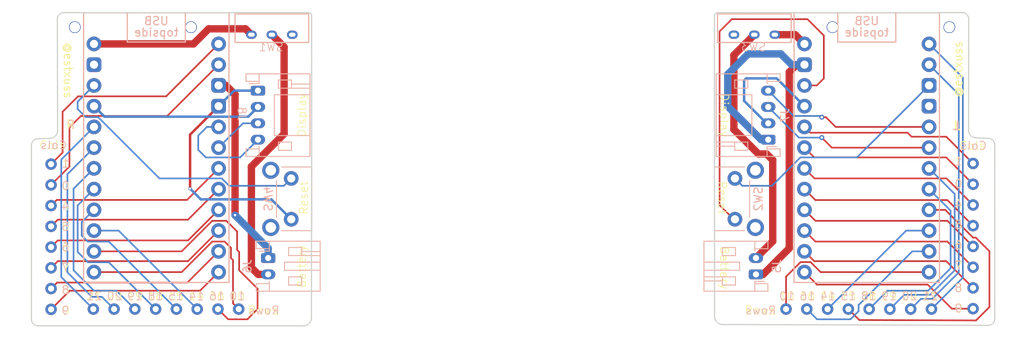
<source format=kicad_pcb>
(kicad_pcb (version 20240108) (generator "pcbnew") (generator_version "8.0")
  (layers (0 "F.Cu" signal) (31 "B.Cu" signal) (34 "B.Paste" user) (35 "F.Paste" user) (36 "B.SilkS" user "B.Silkscreen") (37 "F.SilkS" user "F.Silkscreen") (38 "B.Mask" user) (39 "F.Mask" user) (44 "Edge.Cuts" user))
  (net 0 "")
  (net 2 "L_SW_POS")
  (net 4 "L_BAT_NEG")
  (net 5 "R_SW_POS")
  (net 6 "R_BAT_NEG")
  (net 8 "R_BAT_POS")
  (net 9 "L_BAT_POS")
  (net 10 "L_RST")
  (net 11 "L_RST_GND")
  (net 12 "R_RST")
  (net 13 "L_OLED_VCC")
  (net 14 "L_OLED_SDA")
  (net 15 "L_OLED_SCL")
  (net 16 "R_OLED_SCL")
  (net 17 "R_OLED_VCC")
  (net 18 "R_OLED_SDA")
  (net 20 "L_COL3")
  (net 21 "L_COL1")
  (net 22 "L_COL4")
  (net 23 "L_COL5")
  (net 24 "L_COL8")
  (net 25 "L_COL6")
  (net 26 "L_COL7")
  (net 27 "L_COL2")
  (net 28 "L_ROW6")
  (net 29 "L_ROW8")
  (net 30 "L_ROW3")
  (net 31 "L_ROW2")
  (net 32 "L_ROW7")
  (net 33 "L_ROW4")
  (net 34 "L_ROW5")
  (net 35 "L_ROW1")
  (net 36 "R_COL2")
  (net 37 "R_COL5")
  (net 38 "R_COL6")
  (net 39 "R_COL3")
  (net 40 "R_COL8")
  (net 41 "R_COL1")
  (net 42 "R_COL7")
  (net 43 "R_COL4")
  (net 44 "R_ROW6")
  (net 45 "R_ROW3")
  (net 46 "R_ROW4")
  (net 47 "R_ROW1")
  (net 48 "R_ROW7")
  (net 49 "R_ROW5")
  (net 50 "R_ROW8")
  (net 51 "R_ROW2")
  (net 52 "R_GND_SHARED")
  (footprint "#footprint:M1.4_tapping_Hole_rev2" (layer "F.Cu") (at 104.216326 74.78583 -90)
    (property "Reference" "" (hide yes))
    (property "Value" "" (hide yes))
  )
  (footprint "#footprint:M1.4_tapping_Hole_rev2" (layer "F.Cu") (at 182.665001 74.78608 -90)
    (property "Reference" "" (hide yes))
    (property "Value" "" (hide yes))
  )
  (footprint "#footprint:M1.4_tapping_Hole_rev2" (layer "F.Cu") (at 196.952501 74.78608 -90)
    (property "Reference" "" (hide yes))
    (property "Value" "" (hide yes))
  )
  (footprint "#footprint:M1.4_tapping_Hole_rev2" (layer "F.Cu") (at 100.252501 74.90625 -90)
    (property "Reference" "" (hide yes))
    (property "Value" "" (hide yes))
  )
  (footprint "#footprint:PinHeader_1x08_P2.54mm_Vertical_rev2" (layer "B.Cu") (at 92.272501 109.30625 -90)
    (property "Reference" "J12")
    (property "Value" "Conn_01x08_Pin")
  )
  (footprint "#footprint:TGSW_MSK-12D19" (layer "B.Cu") (at 173.102501 74.65625 180)
    (property "Reference" "SW3")
    (property "Value" "SW_SPDT" (hide yes))
  )
  (footprint "#footprint:PinHeader_1x08_P2.54mm_Vertical_rev2" (layer "B.Cu") (at 199.852501 91.47625 180)
    (property "Reference" "J10")
    (property "Value" "Conn_01x08_Pin")
  )
  (footprint "PCM_marbastlib-xp-promicroish:SuperMini_nRF52840_H_USBup" (layer "B.Cu") (at 99.972501 90.80625 180)
    (property "Reference" "U6" (hide yes))
    (property "Value" "nice_nano")
  )
  (footprint "#footprint:TGSW_MSK-12D19" (layer "B.Cu") (at 114.102501 74.65625 180)
    (property "Reference" "SW1")
    (property "Value" "SW_SPDT" (hide yes))
  )
  (footprint "PCM_marbastlib-various:SW_SKHLLCA010" (layer "B.Cu") (at 171.982501 95.80625 -90)
    (property "Reference" "SW2")
    (property "Value" "SW_SPST")
  )
  (footprint "Connector_JST:JST_PH_S2B-PH-K_1x02_P2.00mm_Horizontal" (layer "B.Cu") (at 113.652501 103.05625 -90)
    (property "Reference" "J6")
    (property "Value" "Conn_01x02_Pin")
  )
  (footprint "Connector_JST:JST_PH_S4B-PH-K_1x04_P2.00mm_Horizontal" (layer "B.Cu") (at 112.402501 82.55625 -90)
    (property "Reference" "J8" (hide yes))
    (property "Value" "Conn_01x04_Pin")
  )
  (footprint "Connector_JST:JST_PH_S4B-PH-K_1x04_P2.00mm_Horizontal" (layer "B.Cu") (at 174.802501 88.55625 90)
    (property "Reference" "J7")
    (property "Value" "Conn_01x04_Pin")
  )
  (footprint "#footprint:PinHeader_1x08_P2.54mm_Vertical_rev2" (layer "B.Cu") (at 194.762501 109.30625 90)
    (property "Reference" "J9")
    (property "Value" "Conn_01x08_Pin")
  )
  (footprint "Connector_JST:JST_PH_S2B-PH-K_1x02_P2.00mm_Horizontal" (layer "B.Cu") (at 173.302501 105.05625 90)
    (property "Reference" "J5")
    (property "Value" "Conn_01x02_Pin")
  )
  (footprint "#footprint:PinHeader_1x08_P2.54mm_Vertical_rev2" (layer "B.Cu") (at 87.102501 91.55625 180)
    (property "Reference" "J11")
    (property "Value" "Conn_01x08_Pin")
  )
  (footprint "PCM_marbastlib-xp-promicroish:SuperMini_nRF52840_H_USBup" (layer "B.Cu") (at 186.852501 90.80625 180)
    (property "Reference" "U5" (hide yes))
    (property "Value" "nice_nano")
  )
  (footprint "PCM_marbastlib-various:SW_SKHLLCA010" (layer "B.Cu") (at 115.222501 95.80625 90)
    (property "Reference" "SW4")
    (property "Value" "SW_SPST")
  )
  (gr_line (start 202.502501 110.50025) (end 202.504317 89.20025) (stroke (width 0.15)) (layer "Edge.Cuts"))
  (gr_arc (start 202.502501 110.50025) (mid 202.268169 111.065903) (end 201.702501 111.30025) (stroke (width 0.15)) (layer "Edge.Cuts"))
  (gr_arc (start 118.943584 110.357334) (mid 118.650325 111.063767) (end 117.943585 111.35625) (stroke (width 0.15)) (layer "Edge.Cuts"))
  (gr_arc (start 84.700685 89.25625) (mid 84.902501 88.722691) (end 85.40691 88.456251) (stroke (width 0.15)) (layer "Edge.Cuts"))
  (gr_line (start 201.798092 88.400251) (end 200.20106 88.335881) (stroke (width 0.15)) (layer "Edge.Cuts"))
  (gr_line (start 171.702501 111.20025) (end 201.702501 111.30025) (stroke (width 0.15)) (layer "Edge.Cuts"))
  (gr_arc (start 118.566326 73) (mid 118.846973 73.116229) (end 118.963202 73.396876) (stroke (width 0.15)) (layer "Edge.Cuts"))
  (gr_line (start 107.591326 73) (end 115.203806 73) (stroke (width 0.15)) (layer "Edge.Cuts"))
  (gr_arc (start 198.502513 73.000643) (mid 199.079896 73.223962) (end 199.321251 73.794) (stroke (width 0.15)) (layer "Edge.Cuts"))
  (gr_line (start 117.943585 111.35625) (end 85.502501 111.35625) (stroke (width 0.15)) (layer "Edge.Cuts"))
  (gr_arc (start 168.230625 73.397126) (mid 168.346829 73.116447) (end 168.627501 73.00025) (stroke (width 0.15)) (layer "Edge.Cuts"))
  (gr_line (start 84.702501 110.55625) (end 84.700685 89.25625) (stroke (width 0.15)) (layer "Edge.Cuts"))
  (gr_line (start 168.627501 73.00025) (end 171.990021 73.00025) (stroke (width 0.15)) (layer "Edge.Cuts"))
  (gr_line (start 179.602501 73.00025) (end 171.990021 73.00025) (stroke (width 0.15)) (layer "Edge.Cuts"))
  (gr_arc (start 200.20106 88.335881) (mid 199.56354 88.048862) (end 199.302501 87.40025) (stroke (width 0.15)) (layer "Edge.Cuts"))
  (gr_arc (start 169.241796 111.20025) (mid 168.534946 110.907598) (end 168.241797 110.200955) (stroke (width 0.15)) (layer "Edge.Cuts"))
  (gr_line (start 199.321251 73.794) (end 199.302501 87.40025) (stroke (width 0.15)) (layer "Edge.Cuts"))
  (gr_line (start 87.872576 73.79375) (end 87.902501 87.45625) (stroke (width 0.15)) (layer "Edge.Cuts"))
  (gr_arc (start 87.902501 87.45625) (mid 87.641481 88.104865) (end 87.003942 88.391881) (stroke (width 0.15)) (layer "Edge.Cuts"))
  (gr_line (start 192.785153 73.00025) (end 193.975781 73.00025) (stroke (width 0.15)) (layer "Edge.Cuts"))
  (gr_line (start 107.591326 73) (end 94.408674 73) (stroke (width 0.15)) (layer "Edge.Cuts"))
  (gr_arc (start 201.798092 88.400251) (mid 202.302524 88.666682) (end 202.504317 89.20025) (stroke (width 0.15)) (layer "Edge.Cuts"))
  (gr_line (start 118.566326 73) (end 115.203806 73) (stroke (width 0.15)) (layer "Edge.Cuts"))
  (gr_line (start 85.40691 88.456251) (end 87.003942 88.391881) (stroke (width 0.15)) (layer "Edge.Cuts"))
  (gr_line (start 118.967411 88.381106) (end 118.943584 110.357334) (stroke (width 0.15)) (layer "Edge.Cuts"))
  (gr_line (start 88.691314 73.000393) (end 93.218046 73) (stroke (width 0.15)) (layer "Edge.Cuts"))
  (gr_arc (start 87.872576 73.79375) (mid 88.113994 73.223747) (end 88.691314 73.000393) (stroke (width 0.15)) (layer "Edge.Cuts"))
  (gr_line (start 171.702501 111.20025) (end 169.241796 111.20025) (stroke (width 0.15)) (layer "Edge.Cuts"))
  (gr_line (start 168.230625 73.397126) (end 168.226416 88.381356) (stroke (width 0.15)) (layer "Edge.Cuts"))
  (gr_line (start 94.408674 73) (end 93.218046 73) (stroke (width 0.15)) (layer "Edge.Cuts"))
  (gr_line (start 179.602501 73.00025) (end 192.785153 73.00025) (stroke (width 0.15)) (layer "Edge.Cuts"))
  (gr_line (start 198.502513 73.000643) (end 193.975781 73.00025) (stroke (width 0.15)) (layer "Edge.Cuts"))
  (gr_arc (start 85.502501 111.35625) (mid 84.936816 111.121935) (end 84.702501 110.55625) (stroke (width 0.15)) (layer "Edge.Cuts"))
  (gr_line (start 168.226416 88.381356) (end 168.241797 110.200955) (stroke (width 0.15)) (layer "Edge.Cuts"))
  (gr_line (start 118.963202 73.396876) (end 118.967411 88.381106) (stroke (width 0.15)) (layer "Edge.Cuts"))
  (gr_text "4" (at 89.404881 97.30625 -0) (layer "B.SilkS") (effects (font (size 1 1) (thickness 0.1)) (justify left bottom mirror)))
  (gr_text "7" (at 198.602501 104.55625 -0) (layer "B.SilkS") (effects (font (size 1 1) (thickness 0.1)) (justify left bottom mirror)))
  (gr_text "5" (at 89.404881 99.80625 -0) (layer "B.SilkS") (effects (font (size 1 1) (thickness 0.1)) (justify left bottom mirror)))
  (gr_text "21" (at 91.347739 108.30625 -0) (layer "B.SilkS") (effects (font (size 1 1) (thickness 0.1)) (justify right bottom mirror)))
  (gr_text "R" (at 90.102501 87.30625 0) (layer "B.SilkS") (effects (font (size 1 1) (thickness 0.1)) (justify left bottom mirror)))
  (gr_text "16" (at 106.347739 108.30625 -0) (layer "B.SilkS") (effects (font (size 1 1) (thickness 0.1)) (justify right bottom mirror)))
  (gr_text "10" (at 108.847739 108.30625 -0) (layer "B.SilkS") (effects (font (size 1 1) (thickness 0.1)) (justify right bottom mirror)))
  (gr_text "10" (at 178.107263 108.30625 -0) (layer "B.SilkS") (effects (font (size 1 1) (thickness 0.1)) (justify left bottom mirror)))
  (gr_text "15" (at 185.607263 108.30625 -0) (layer "B.SilkS") (effects (font (size 1 1) (thickness 0.1)) (justify left bottom mirror)))
  (gr_text "0" (at 89.404881 94.80625 -0) (layer "B.SilkS") (effects (font (size 1 1) (thickness 0.1)) (justify left bottom mirror)))
  (gr_text "20" (at 193.107263 108.30625 -0) (layer "B.SilkS") (effects (font (size 1 1) (thickness 0.1)) (justify left bottom mirror)))
  (gr_text "4" (at 198.602501 97.05625 -0) (layer "B.SilkS") (effects (font (size 1 1) (thickness 0.1)) (justify left bottom mirror)))
  (gr_text "Cols" (at 89.102501 89.80625 0) (layer "B.SilkS") (effects (font (size 1 1) (thickness 0.1)) (justify left bottom mirror)))
  (gr_text "SW1" (at 115.602501 77.80625 0) (layer "B.SilkS") (effects (font (size 1 1) (thickness 0.1)) (justify left bottom mirror)))
  (gr_text "7" (at 89.404881 104.80625 -0) (layer "B.SilkS") (effects (font (size 1 1) (thickness 0.1)) (justify left bottom mirror)))
  (gr_text "14" (at 103.847739 108.30625 -0) (layer "B.SilkS") (effects (font (size 1 1) (thickness 0.1)) (justify right bottom mirror)))
  (gr_text "8" (at 198.602501 107.30625 -0) (layer "B.SilkS") (effects (font (size 1 1) (thickness 0.1)) (justify left bottom mirror)))
  (gr_text "14" (at 183.107263 108.30625 -0) (layer "B.SilkS") (effects (font (size 1 1) (thickness 0.1)) (justify left bottom mirror)))
  (gr_text "Rows" (at 175.852501 110.05625 0) (layer "B.SilkS") (effects (font (size 1 1) (thickness 0.1)) (justify left bottom mirror)))
  (gr_text "8" (at 89.404881 107.55625 -0) (layer "B.SilkS") (effects (font (size 1 1) (thickness 0.1)) (justify left bottom mirror)))
  (gr_text "6" (at 198.602501 102.05625 -0) (layer "B.SilkS") (effects (font (size 1 1) (thickness 0.1)) (justify left bottom mirror)))
  (gr_text "Rows" (at 115.102501 110.05625 0) (layer "B.SilkS") (effects (font (size 1 1) (thickness 0.1)) (justify left bottom mirror)))
  (gr_text "19" (at 96.347739 108.30625 -0) (layer "B.SilkS") (effects (font (size 1 1) (thickness 0.1)) (justify right bottom mirror)))
  (gr_text "J8" (at 109.852501 86.30625 270) (layer "B.SilkS") (effects (font (size 1 1) (thickness 0.1)) (justify left bottom mirror)))
  (gr_text "L" (at 198.352501 87.45025 0) (layer "B.SilkS") (effects (font (size 1 1) (thickness 0.2) (bold yes)) (justify left bottom mirror)))
  (gr_text "9" (at 198.602501 109.80625 -0) (layer "B.SilkS") (effects (font (size 1 1) (thickness 0.1)) (justify left bottom mirror)))
  (gr_text "19" (at 190.607263 108.30625 -0) (layer "B.SilkS") (effects (font (size 1 1) (thickness 0.1)) (justify left bottom mirror)))
  (gr_text "Cols" (at 201.592501 89.88025 0) (layer "B.SilkS") (effects (font (size 1 1) (thickness 0.1)) (justify left bottom mirror)))
  (gr_text "0" (at 198.602501 94.55625 -0) (layer "B.SilkS") (effects (font (size 1 1) (thickness 0.1)) (justify left bottom mirror)))
  (gr_text "21" (at 195.607263 108.30625 -0) (layer "B.SilkS") (effects (font (size 1 1) (thickness 0.1)) (justify left bottom mirror)))
  (gr_text "20" (at 93.847739 108.30625 -0) (layer "B.SilkS") (effects (font (size 1 1) (thickness 0.1)) (justify right bottom mirror)))
  (gr_text "1" (at 198.602501 91.80625 -0) (layer "B.SilkS") (effects (font (size 1 1) (thickness 0.1)) (justify left bottom mirror)))
  (gr_text "18" (at 98.847739 108.30625 -0) (layer "B.SilkS") (effects (font (size 1 1) (thickness 0.1)) (justify right bottom mirror)))
  (gr_text "9" (at 89.404881 110.05625 -0) (layer "B.SilkS") (effects (font (size 1 1) (thickness 0.1)) (justify left bottom mirror)))
  (gr_text "5" (at 198.602501 99.55625 -0) (layer "B.SilkS") (effects (font (size 1 1) (thickness 0.1)) (justify left bottom mirror)))
  (gr_text "18" (at 188.107263 108.30625 -0) (layer "B.SilkS") (effects (font (size 1 1) (thickness 0.1)) (justify left bottom mirror)))
  (gr_text "1" (at 89.404881 92.05625 -0) (layer "B.SilkS") (effects (font (size 1 1) (thickness 0.1)) (justify left bottom mirror)))
  (gr_text "15" (at 101.347739 108.30625 -0) (layer "B.SilkS") (effects (font (size 1 1) (thickness 0.1)) (justify right bottom mirror)))
  (gr_text "SW3" (at 174.602501 77.80625 0) (layer "B.SilkS") (effects (font (size 1 1) (thickness 0.1)) (justify left bottom mirror)))
  (gr_text "6" (at 89.404881 102.30625 -0) (layer "B.SilkS") (effects (font (size 1 1) (thickness 0.1)) (justify left bottom mirror)))
  (gr_text "16" (at 180.607263 108.30625 -0) (layer "B.SilkS") (effects (font (size 1 1) (thickness 0.1)) (justify left bottom mirror)))
  (gr_text "0" (at 197.550121 94.55625 0) (layer "F.SilkS") (effects (font (size 1 1) (thickness 0.1)) (justify left bottom)))
  (gr_text "Battery" (at 168.852501 101.55625 -90) (layer "F.SilkS") (effects (font (size 1 1) (thickness 0.1)) (justify left bottom)))
  (gr_text "Cols" (at 85.602501 89.80625 0) (layer "F.SilkS") (effects (font (size 1 1) (thickness 0.1)) (justify left bottom)))
  (gr_text "4" (at 197.550121 97.05625 0) (layer "F.SilkS") (effects (font (size 1 1) (thickness 0.1)) (justify left bottom)))
  (gr_text "6" (at 197.550121 102.05625 0) (layer "F.SilkS") (effects (font (size 1 1) (thickness 0.1)) (justify left bottom)))
  (gr_text "10" (at 178.102501 108.30625 0) (layer "F.SilkS") (effects (font (size 1 1) (thickness 0.1)) (justify right bottom)))
  (gr_text "18" (at 98.852501 108.30625 0) (layer "F.SilkS") (effects (font (size 1 1) (thickness 0.1)) (justify left bottom)))
  (gr_text "6" (at 88.352501 102.30625 0) (layer "F.SilkS") (effects (font (size 1 1) (thickness 0.1)) (justify left bottom)))
  (gr_text "7" (at 88.352501 104.80625 0) (layer "F.SilkS") (effects (font (size 1 1) (thickness 0.1)) (justify left bottom)))
  (gr_text "Battery" (at 118.352501 106.80625 90) (layer "F.SilkS") (effects (font (size 1 1) (thickness 0.1)) (justify left bottom)))
  (gr_text "Reset" (at 168.602501 93.55625 -90) (layer "F.SilkS") (effects (font (size 1 1) (thickness 0.1)) (justify left bottom)))
  (gr_text "R" (at 88.852501 87.30625 0) (layer "F.SilkS") (effects (font (size 1 1) (thickness 0.2) (bold yes)) (justify left bottom)))
  (gr_text "7" (at 197.550121 104.55625 0) (layer "F.SilkS") (effects (font (size 1 1) (thickness 0.1)) (justify left bottom)))
  (gr_text "@estxuss" (at 198.602501 83.45025 90) (layer "F.SilkS") (effects (font (size 1 1)) (justify left bottom)))
  (gr_text "1" (at 88.352501 92.05625 0) (layer "F.SilkS") (effects (font (size 1 1) (thickness 0.1)) (justify left bottom)))
  (gr_text "9" (at 197.550121 109.80625 0) (layer "F.SilkS") (effects (font (size 1 1) (thickness 0.1)) (justify left bottom)))
  (gr_text "18" (at 188.102501 108.30625 0) (layer "F.SilkS") (effects (font (size 1 1) (thickness 0.1)) (justify right bottom)))
  (gr_text "19" (at 190.602501 108.30625 0) (layer "F.SilkS") (effects (font (size 1 1) (thickness 0.1)) (justify right bottom)))
  (gr_text "5" (at 88.352501 99.80625 0) (layer "F.SilkS") (effects (font (size 1 1) (thickness 0.1)) (justify left bottom)))
  (gr_text "16" (at 180.602501 108.30625 0) (layer "F.SilkS") (effects (font (size 1 1) (thickness 0.1)) (justify right bottom)))
  (gr_text "5" (at 197.550121 99.55625 0) (layer "F.SilkS") (effects (font (size 1 1) (thickness 0.1)) (justify left bottom)))
  (gr_text "8" (at 197.550121 107.30625 0) (layer "F.SilkS") (effects (font (size 1 1) (thickness 0.1)) (justify left bottom)))
  (gr_text "8" (at 88.352501 107.55625 0) (layer "F.SilkS") (effects (font (size 1 1) (thickness 0.1)) (justify left bottom)))
  (gr_text "Display" (at 118.352501 88.30625 90) (layer "F.SilkS") (effects (font (size 1 1) (thickness 0.1)) (justify left bottom)))
  (gr_text "10" (at 108.852501 108.30625 0) (layer "F.SilkS") (effects (font (size 1 1) (thickness 0.1)) (justify left bottom)))
  (gr_text "9" (at 88.352501 110.05625 0) (layer "F.SilkS") (effects (font (size 1 1) (thickness 0.1)) (justify left bottom)))
  (gr_text "Rows" (at 171.852501 110.05625 0) (layer "F.SilkS") (effects (font (size 1 1) (thickness 0.1)) (justify left bottom)))
  (gr_text "14" (at 103.852501 108.30625 0) (layer "F.SilkS") (effects (font (size 1 1) (thickness 0.1)) (justify left bottom)))
  (gr_text "20" (at 193.102501 108.30625 0) (layer "F.SilkS") (effects (font (size 1 1) (thickness 0.1)) (justify right bottom)))
  (gr_text "21" (at 91.352501 108.30625 0) (layer "F.SilkS") (effects (font (size 1 1) (thickness 0.1)) (justify left bottom)))
  (gr_text "14" (at 183.102501 108.30625 0) (layer "F.SilkS") (effects (font (size 1 1) (thickness 0.1)) (justify right bottom)))
  (gr_text "0" (at 88.352501 94.80625 0) (layer "F.SilkS") (effects (font (size 1 1) (thickness 0.1)) (justify left bottom)))
  (gr_text "15" (at 101.352501 108.30625 0) (layer "F.SilkS") (effects (font (size 1 1) (thickness 0.1)) (justify left bottom)))
  (gr_text "4" (at 88.352501 97.30625 0) (layer "F.SilkS") (effects (font (size 1 1) (thickness 0.1)) (justify left bottom)))
  (gr_text "Display" (at 168.852501 82.80625 -90) (layer "F.SilkS") (effects (font (size 1 1) (thickness 0.1)) (justify left bottom)))
  (gr_text "20" (at 93.852501 108.30625 0) (layer "F.SilkS") (effects (font (size 1 1) (thickness 0.1)) (justify left bottom)))
  (gr_text "@estxuss" (at 88.602501 76.55625 -90) (layer "F.SilkS") (effects (font (size 1 1)) (justify left bottom)))
  (gr_text "21" (at 195.602501 108.30625 0) (layer "F.SilkS") (effects (font (size 1 1) (thickness 0.1)) (justify right bottom)))
  (gr_text "Reset" (at 118.602501 97.80625 90) (layer "F.SilkS") (effects (font (size 1 1) (thickness 0.1)) (justify left bottom)))
  (gr_text "Cols" (at 198.092501 89.88025 0) (layer "F.SilkS") (effects (font (size 1 1) (thickness 0.1)) (justify left bottom)))
  (gr_text "16" (at 106.352501 108.30625 0) (layer "F.SilkS") (effects (font (size 1 1) (thickness 0.1)) (justify left bottom)))
  (gr_text "19" (at 96.352501 108.30625 0) (layer "F.SilkS") (effects (font (size 1 1) (thickness 0.1)) (justify left bottom)))
  (gr_text "Rows" (at 111.102501 110.05625 0) (layer "F.SilkS") (effects (font (size 1 1) (thickness 0.1)) (justify left bottom)))
  (gr_text "L" (at 197.352501 87.45025 0) (layer "F.SilkS") (effects (font (size 1 1) (thickness 0.2) (bold yes)) (justify left bottom)))
  (gr_text "1" (at 197.550121 91.80625 0) (layer "F.SilkS") (effects (font (size 1 1) (thickness 0.1)) (justify left bottom)))
  (gr_text "15" (at 185.602501 108.30625 0) (layer "F.SilkS") (effects (font (size 1 1) (thickness 0.1)) (justify right bottom)))
  (segment (start 175.352501 91.05625) (end 174.602501 90.30625) (width 0.9) (layer "F.Cu") (net 2))
  (segment (start 173.602501 90.30625) (end 170.602501 87.30625) (width 0.9) (layer "F.Cu") (net 2))
  (segment (start 173.302501 103.05625) (end 175.352501 101.00625) (width 0.9) (layer "F.Cu") (net 2))
  (segment (start 174.602501 90.30625) (end 173.602501 90.30625) (width 0.9) (layer "F.Cu") (net 2))
  (segment (start 170.602501 78.20625) (end 173.102501 75.70625) (width 0.9) (layer "F.Cu") (net 2))
  (segment (start 175.352501 101.00625) (end 175.352501 91.05625) (width 0.9) (layer "F.Cu") (net 2))
  (segment (start 170.602501 87.30625) (end 170.602501 78.20625) (width 0.9) (layer "F.Cu") (net 2))
  (segment (start 178.282501 79.37625) (end 179.232501 79.37625) (width 0.9) (layer "F.Cu") (net 4))
  (segment (start 177.375153 80.283598) (end 178.282501 79.37625) (width 0.9) (layer "F.Cu") (net 4))
  (segment (start 174.177501 105.05625) (end 177.375153 101.858598) (width 0.9) (layer "F.Cu") (net 4))
  (segment (start 177.375153 101.858598) (end 177.375153 80.283598) (width 0.9) (layer "F.Cu") (net 4))
  (segment (start 173.302501 105.05625) (end 174.177501 105.05625) (width 0.9) (layer "F.Cu") (net 4))
  (segment (start 172.352501 78.05625) (end 176.352501 78.05625) (width 0.9) (layer "B.Cu") (net 4))
  (segment (start 169.852501 84.48125) (end 169.852501 80.55625) (width 0.9) (layer "B.Cu") (net 4))
  (segment (start 174.802501 88.55625) (end 173.927501 88.55625) (width 0.9) (layer "B.Cu") (net 4))
  (segment (start 176.352501 78.05625) (end 177.672501 79.37625) (width 0.9) (layer "B.Cu") (net 4))
  (segment (start 177.672501 79.37625) (end 179.232501 79.37625) (width 0.9) (layer "B.Cu") (net 4))
  (segment (start 169.852501 80.55625) (end 172.352501 78.05625) (width 0.9) (layer "B.Cu") (net 4))
  (segment (start 173.927501 88.55625) (end 169.852501 84.48125) (width 0.9) (layer "B.Cu") (net 4))
  (segment (start 111.602501 104.23125) (end 111.602501 91.847822) (width 0.9) (layer "F.Cu") (net 5))
  (segment (start 115.602501 87.847822) (end 115.602501 77.20625) (width 0.9) (layer "F.Cu") (net 5))
  (segment (start 115.602501 77.20625) (end 114.102501 75.70625) (width 0.9) (layer "F.Cu") (net 5))
  (segment (start 113.652501 105.05625) (end 112.427501 105.05625) (width 0.9) (layer "F.Cu") (net 5))
  (segment (start 112.427501 105.05625) (end 111.602501 104.23125) (width 0.9) (layer "F.Cu") (net 5))
  (segment (start 111.602501 91.847822) (end 115.602501 87.847822) (width 0.9) (layer "F.Cu") (net 5))
  (segment (start 109.602501 97.80625) (end 109.602501 83.026251) (width 0.9) (layer "F.Cu") (net 6))
  (segment (start 108.4925 81.91625) (end 107.592501 81.91625) (width 0.9) (layer "F.Cu") (net 6))
  (segment (start 109.602501 83.026251) (end 108.4925 81.91625) (width 0.9) (layer "F.Cu") (net 6))
  (via (at 109.602501 97.80625) (size 0.5) (drill 0.3) (layers "F.Cu" "B.Cu") (net 6))
  (segment (start 113.652501 103.05625) (end 113.652501 101.85625) (width 0.9) (layer "B.Cu") (net 6))
  (segment (start 113.652501 101.85625) (end 109.602501 97.80625) (width 0.9) (layer "B.Cu") (net 6))
  (segment (start 110.882501 74.98625) (end 106.370572 74.98625) (width 0.9) (layer "F.Cu") (net 8))
  (segment (start 104.520572 76.83625) (end 92.352501 76.83625) (width 0.9) (layer "F.Cu") (net 8))
  (segment (start 106.370572 74.98625) (end 104.520572 76.83625) (width 0.9) (layer "F.Cu") (net 8))
  (segment (start 111.602501 75.70625) (end 110.882501 74.98625) (width 0.9) (layer "F.Cu") (net 8))
  (segment (start 178.102501 75.70625) (end 179.232501 76.83625) (width 0.9) (layer "F.Cu") (net 9))
  (segment (start 175.602501 75.70625) (end 178.102501 75.70625) (width 0.9) (layer "F.Cu") (net 9))
  (segment (start 180.742501 81.91625) (end 179.232501 81.91625) (width 0.2) (layer "F.Cu") (net 10))
  (segment (start 181.602501 75.80625) (end 181.602501 81.05625) (width 0.2) (layer "F.Cu") (net 10))
  (segment (start 170.352501 73.80625) (end 179.602501 73.80625) (width 0.2) (layer "F.Cu") (net 10))
  (segment (start 170.732501 98.30625) (end 170.581367 98.30625) (width 0.2) (layer "F.Cu") (net 10))
  (segment (start 168.852501 96.577384) (end 168.852501 75.30625) (width 0.2) (layer "F.Cu") (net 10))
  (segment (start 179.602501 73.80625) (end 181.602501 75.80625) (width 0.2) (layer "F.Cu") (net 10))
  (segment (start 170.581367 98.30625) (end 168.852501 96.577384) (width 0.2) (layer "F.Cu") (net 10))
  (segment (start 168.852501 75.30625) (end 170.352501 73.80625) (width 0.2) (layer "F.Cu") (net 10))
  (segment (start 181.602501 81.05625) (end 180.742501 81.91625) (width 0.2) (layer "F.Cu") (net 10))
  (segment (start 178.735444 90.73625) (end 185.652501 90.73625) (width 0.2) (layer "B.Cu") (net 11))
  (segment (start 185.652501 90.73625) (end 194.472501 81.91625) (width 0.2) (layer "B.Cu") (net 11))
  (segment (start 170.732501 93.30625) (end 171.632501 94.20625) (width 0.2) (layer "B.Cu") (net 11))
  (segment (start 175.265444 94.20625) (end 178.735444 90.73625) (width 0.2) (layer "B.Cu") (net 11))
  (segment (start 171.632501 94.20625) (end 175.265444 94.20625) (width 0.2) (layer "B.Cu") (net 11))
  (segment (start 90.352501 84.80625) (end 90.352501 83.91625) (width 0.2) (layer "B.Cu") (net 12))
  (segment (start 116.472501 93.30625) (end 115.572501 94.20625) (width 0.2) (layer "B.Cu") (net 12))
  (segment (start 90.352501 83.91625) (end 92.352501 81.91625) (width 0.2) (layer "B.Cu") (net 12))
  (segment (start 115.572501 94.20625) (end 108.879558 94.20625) (width 0.2) (layer "B.Cu") (net 12))
  (segment (start 91.342501 85.79625) (end 90.352501 84.80625) (width 0.2) (layer "B.Cu") (net 12))
  (segment (start 107.979558 93.30625) (end 100.359558 93.30625) (width 0.2) (layer "B.Cu") (net 12))
  (segment (start 108.879558 94.20625) (end 107.979558 93.30625) (width 0.2) (layer "B.Cu") (net 12))
  (segment (start 100.359558 93.30625) (end 92.849558 85.79625) (width 0.2) (layer "B.Cu") (net 12))
  (segment (start 92.849558 85.79625) (end 91.342501 85.79625) (width 0.2) (layer "B.Cu") (net 12))
  (segment (start 178.425153 84.60025) (end 178.545153 84.48025) (width 0.2) (layer "F.Cu") (net 13))
  (segment (start 172.102501 81.05625) (end 175.832501 81.05625) (width 0.3) (layer "B.Cu") (net 13))
  (segment (start 174.602501 86.55625) (end 171.852501 83.80625) (width 0.3) (layer "B.Cu") (net 13))
  (segment (start 174.802501 86.55625) (end 174.602501 86.55625) (width 0.3) (layer "B.Cu") (net 13))
  (segment (start 171.852501 83.80625) (end 171.852501 81.30625) (width 0.3) (layer "B.Cu") (net 13))
  (segment (start 175.832501 81.05625) (end 179.232501 84.45625) (width 0.3) (layer "B.Cu") (net 13))
  (segment (start 171.852501 81.30625) (end 172.102501 81.05625) (width 0.3) (layer "B.Cu") (net 13))
  (segment (start 181.852501 85.80625) (end 183.042501 86.99625) (width 0.2) (layer "F.Cu") (net 14))
  (segment (start 181.352501 85.80625) (end 181.852501 85.80625) (width 0.2) (layer "F.Cu") (net 14))
  (segment (start 183.042501 86.99625) (end 194.472501 86.99625) (width 0.2) (layer "F.Cu") (net 14))
  (via (at 181.352501 85.80625) (size 0.6) (drill 0.3) (layers "F.Cu" "B.Cu") (net 14))
  (segment (start 181.202501 85.65625) (end 181.352501 85.80625) (width 0.2) (layer "B.Cu") (net 14))
  (segment (start 177.902501 85.65625) (end 181.202501 85.65625) (width 0.2) (layer "B.Cu") (net 14))
  (segment (start 174.802501 82.55625) (end 177.902501 85.65625) (width 0.2) (layer "B.Cu") (net 14))
  (segment (start 181.352501 88.30625) (end 182.582501 89.53625) (width 0.2) (layer "F.Cu") (net 15))
  (segment (start 182.582501 89.53625) (end 194.472501 89.53625) (width 0.2) (layer "F.Cu") (net 15))
  (via (at 181.352501 88.30625) (size 0.6) (drill 0.3) (layers "F.Cu" "B.Cu") (net 15))
  (segment (start 174.802501 84.55625) (end 178.552501 88.30625) (width 0.2) (layer "B.Cu") (net 15))
  (segment (start 178.552501 88.30625) (end 181.352501 88.30625) (width 0.2) (layer "B.Cu") (net 15))
  (segment (start 110.572501 86.55625) (end 107.592501 89.53625) (width 0.2) (layer "B.Cu") (net 16))
  (segment (start 112.402501 86.55625) (end 110.572501 86.55625) (width 0.2) (layer "B.Cu") (net 16))
  (segment (start 112.402501 84.55625) (end 111.212501 85.74625) (width 0.3) (layer "B.Cu") (net 17))
  (segment (start 111.212501 85.74625) (end 93.642501 85.74625) (width 0.3) (layer "B.Cu") (net 17))
  (segment (start 93.642501 85.74625) (end 92.352501 84.45625) (width 0.3) (layer "B.Cu") (net 17))
  (segment (start 110.222501 90.73625) (end 106.032501 90.73625) (width 0.2) (layer "B.Cu") (net 18))
  (segment (start 105.102501 88.05625) (end 106.162501 86.99625) (width 0.2) (layer "B.Cu") (net 18))
  (segment (start 105.102501 89.80625) (end 105.102501 88.05625) (width 0.2) (layer "B.Cu") (net 18))
  (segment (start 112.402501 88.55625) (end 110.222501 90.73625) (width 0.2) (layer "B.Cu") (net 18))
  (segment (start 106.032501 90.73625) (end 105.102501 89.80625) (width 0.2) (layer "B.Cu") (net 18))
  (segment (start 106.162501 86.99625) (end 107.592501 86.99625) (width 0.2) (layer "B.Cu") (net 18))
  (segment (start 197.602501 104.55625) (end 197.602501 95.20625) (width 0.2) (layer "B.Cu") (net 20))
  (segment (start 191.432501 107.55625) (end 194.602501 107.55625) (width 0.2) (layer "B.Cu") (net 20))
  (segment (start 197.602501 95.20625) (end 194.472501 92.07625) (width 0.2) (layer "B.Cu") (net 20))
  (segment (start 189.682501 109.30625) (end 191.432501 107.55625) (width 0.2) (layer "B.Cu") (net 20))
  (segment (start 194.602501 107.55625) (end 197.602501 104.55625) (width 0.2) (layer "B.Cu") (net 20))
  (segment (start 194.762501 109.30625) (end 198.602501 105.46625) (width 0.2) (layer "B.Cu") (net 21))
  (segment (start 198.602501 80.96625) (end 194.472501 76.83625) (width 0.2) (layer "B.Cu") (net 21))
  (segment (start 198.602501 105.46625) (end 198.602501 80.96625) (width 0.2) (layer "B.Cu") (net 21))
  (segment (start 197.102501 97.24625) (end 194.472501 94.61625) (width 0.2) (layer "B.Cu") (net 22))
  (segment (start 189.392501 107.05625) (end 194.352501 107.05625) (width 0.2) (layer "B.Cu") (net 22))
  (segment (start 187.142501 109.30625) (end 189.392501 107.05625) (width 0.2) (layer "B.Cu") (net 22))
  (segment (start 194.352501 107.05625) (end 197.102501 104.30625) (width 0.2) (layer "B.Cu") (net 22))
  (segment (start 197.102501 104.30625) (end 197.102501 97.24625) (width 0.2) (layer "B.Cu") (net 22))
  (segment (start 184.602501 109.30625) (end 185.943969 110.647718) (width 0.2) (layer "F.Cu") (net 23))
  (segment (start 185.943969 110.647718) (end 200.102872 110.694914) (width 0.2) (layer "F.Cu") (net 23))
  (segment (start 196.452501 97.15625) (end 194.472501 97.15625) (width 0.2) (layer "F.Cu") (net 23))
  (segment (start 199.852501 100.55625) (end 196.452501 97.15625) (width 0.2) (layer "F.Cu") (net 23))
  (segment (start 200.213837 110.694914) (end 201.852501 109.05625) (width 0.2) (layer "F.Cu") (net 23))
  (segment (start 201.852501 109.05625) (end 201.852501 102.222036) (width 0.2) (layer "F.Cu") (net 23))
  (segment (start 201.852501 102.222036) (end 200.186715 100.55625) (width 0.2) (layer "F.Cu") (net 23))
  (segment (start 200.186715 100.55625) (end 199.852501 100.55625) (width 0.2) (layer "F.Cu") (net 23))
  (segment (start 200.102872 110.694914) (end 200.213837 110.694914) (width 0.2) (layer "F.Cu") (net 23))
  (segment (start 176.982501 105.329193) (end 178.755444 103.55625) (width 0.2) (layer "F.Cu") (net 24))
  (segment (start 179.986815 103.55625) (end 181.206815 104.77625) (width 0.2) (layer "F.Cu") (net 24))
  (segment (start 176.982501 109.30625) (end 176.982501 105.329193) (width 0.2) (layer "F.Cu") (net 24))
  (segment (start 178.755444 103.55625) (end 179.986815 103.55625) (width 0.2) (layer "F.Cu") (net 24))
  (segment (start 181.206815 104.77625) (end 194.472501 104.77625) (width 0.2) (layer "F.Cu") (net 24))
  (segment (start 191.672501 99.69625) (end 194.472501 99.69625) (width 0.2) (layer "B.Cu") (net 25))
  (segment (start 182.062501 109.30625) (end 191.672501 99.69625) (width 0.2) (layer "B.Cu") (net 25))
  (segment (start 179.522501 109.30625) (end 180.772501 110.55625) (width 0.2) (layer "B.Cu") (net 26))
  (segment (start 184.852501 110.55625) (end 185.852501 109.55625) (width 0.2) (layer "B.Cu") (net 26))
  (segment (start 192.422501 102.23625) (end 194.472501 102.23625) (width 0.2) (layer "B.Cu") (net 26))
  (segment (start 185.852501 108.80625) (end 192.422501 102.23625) (width 0.2) (layer "B.Cu") (net 26))
  (segment (start 185.852501 109.55625) (end 185.852501 108.80625) (width 0.2) (layer "B.Cu") (net 26))
  (segment (start 180.772501 110.55625) (end 184.852501 110.55625) (width 0.2) (layer "B.Cu") (net 26))
  (segment (start 193.472501 108.05625) (end 194.852501 108.05625) (width 0.2) (layer "B.Cu") (net 27))
  (segment (start 194.852501 108.05625) (end 198.102501 104.80625) (width 0.2) (layer "B.Cu") (net 27))
  (segment (start 198.102501 104.80625) (end 198.102501 83.00625) (width 0.2) (layer "B.Cu") (net 27))
  (segment (start 198.102501 83.00625) (end 194.472501 79.37625) (width 0.2) (layer "B.Cu") (net 27))
  (segment (start 192.222501 109.30625) (end 193.472501 108.05625) (width 0.2) (layer "B.Cu") (net 27))
  (segment (start 199.852501 104.17625) (end 196.712501 101.03625) (width 0.2) (layer "F.Cu") (net 28))
  (segment (start 196.712501 101.03625) (end 180.572501 101.03625) (width 0.2) (layer "F.Cu") (net 28))
  (segment (start 180.572501 101.03625) (end 179.232501 99.69625) (width 0.2) (layer "F.Cu") (net 28))
  (segment (start 199.852501 104.15025) (end 199.302501 103.60025) (width 0.2) (layer "B.Cu") (net 28))
  (segment (start 199.852501 109.25625) (end 197.255444 109.25625) (width 0.2) (layer "F.Cu") (net 29))
  (segment (start 194.305444 106.30625) (end 180.762501 106.30625) (width 0.2) (layer "F.Cu") (net 29))
  (segment (start 180.762501 106.30625) (end 179.232501 104.77625) (width 0.2) (layer "F.Cu") (net 29))
  (segment (start 197.255444 109.25625) (end 194.305444 106.30625) (width 0.2) (layer "F.Cu") (net 29))
  (segment (start 196.602501 93.30625) (end 180.462501 93.30625) (width 0.2) (layer "F.Cu") (net 30))
  (segment (start 199.852501 96.55625) (end 196.602501 93.30625) (width 0.2) (layer "F.Cu") (net 30))
  (segment (start 180.462501 93.30625) (end 179.232501 92.07625) (width 0.2) (layer "F.Cu") (net 30))
  (segment (start 199.852501 96.53025) (end 199.322501 96.00025) (width 0.2) (layer "B.Cu") (net 30))
  (segment (start 180.432501 90.73625) (end 179.232501 89.53625) (width 0.2) (layer "F.Cu") (net 31))
  (segment (start 199.852501 94.01625) (end 196.572501 90.73625) (width 0.2) (layer "F.Cu") (net 31))
  (segment (start 196.572501 90.73625) (end 180.432501 90.73625) (width 0.2) (layer "F.Cu") (net 31))
  (segment (start 199.852501 93.99025) (end 199.312501 93.45025) (width 0.2) (layer "B.Cu") (net 31))
  (segment (start 196.572501 103.43625) (end 180.432501 103.43625) (width 0.2) (layer "F.Cu") (net 32))
  (segment (start 199.852501 106.71625) (end 196.572501 103.43625) (width 0.2) (layer "F.Cu") (net 32))
  (segment (start 180.432501 103.43625) (end 179.232501 102.23625) (width 0.2) (layer "F.Cu") (net 32))
  (segment (start 199.852501 99.09625) (end 196.712501 95.95625) (width 0.2) (layer "F.Cu") (net 33))
  (segment (start 180.572501 95.95625) (end 179.232501 94.61625) (width 0.2) (layer "F.Cu") (net 33))
  (segment (start 196.712501 95.95625) (end 180.572501 95.95625) (width 0.2) (layer "F.Cu") (net 33))
  (segment (start 199.852501 99.07025) (end 199.332501 98.55025) (width 0.2) (layer "B.Cu") (net 33))
  (segment (start 196.712501 98.49625) (end 180.572501 98.49625) (width 0.2) (layer "F.Cu") (net 34))
  (segment (start 180.572501 98.49625) (end 179.232501 97.15625) (width 0.2) (layer "F.Cu") (net 34))
  (segment (start 199.852501 101.63625) (end 196.712501 98.49625) (width 0.2) (layer "F.Cu") (net 34))
  (segment (start 199.852501 101.61025) (end 199.342501 101.10025) (width 0.2) (layer "B.Cu") (net 34))
  (segment (start 192.332501 88.19625) (end 191.842501 87.70625) (width 0.2) (layer "F.Cu") (net 35))
  (segment (start 179.942501 87.70625) (end 179.232501 86.99625) (width 0.2) (layer "F.Cu") (net 35))
  (segment (start 199.852501 91.47625) (end 196.572501 88.19625) (width 0.2) (layer "F.Cu") (net 35))
  (segment (start 196.572501 88.19625) (end 192.332501 88.19625) (width 0.2) (layer "F.Cu") (net 35))
  (segment (start 191.842501 87.70625) (end 179.942501 87.70625) (width 0.2) (layer "F.Cu") (net 35))
  (segment (start 199.852501 91.45025) (end 199.302501 90.90025) (width 0.2) (layer "B.Cu") (net 35))
  (segment (start 87.102501 94.09625) (end 89.352501 91.84625) (width 0.2) (layer "F.Cu") (net 36))
  (segment (start 101.312501 85.65625) (end 107.592501 79.37625) (width 0.2) (layer "F.Cu") (net 36))
  (segment (start 89.352501 91.84625) (end 89.352501 87.05625) (width 0.2) (layer "F.Cu") (net 36))
  (segment (start 89.352501 87.05625) (end 90.752501 85.65625) (width 0.2) (layer "F.Cu") (net 36))
  (segment (start 90.752501 85.65625) (end 101.312501 85.65625) (width 0.2) (layer "F.Cu") (net 36))
  (segment (start 103.852501 100.89625) (end 107.592501 97.15625) (width 0.2) (layer "F.Cu") (net 37))
  (segment (start 87.922501 100.89625) (end 103.852501 100.89625) (width 0.2) (layer "F.Cu") (net 37))
  (segment (start 87.102501 101.71625) (end 87.922501 100.89625) (width 0.2) (layer "F.Cu") (net 37))
  (segment (start 87.102501 104.25625) (end 87.922501 103.43625) (width 0.2) (layer "F.Cu") (net 38))
  (segment (start 103.852501 103.43625) (end 107.592501 99.69625) (width 0.2) (layer "F.Cu") (net 38))
  (segment (start 87.922501 103.43625) (end 103.852501 103.43625) (width 0.2) (layer "F.Cu") (net 38))
  (segment (start 87.802501 95.93625) (end 103.732501 95.93625) (width 0.2) (layer "F.Cu") (net 39))
  (segment (start 87.102501 96.63625) (end 87.802501 95.93625) (width 0.2) (layer "F.Cu") (net 39))
  (segment (start 103.732501 95.93625) (end 107.592501 92.07625) (width 0.2) (layer "F.Cu") (net 39))
  (segment (start 89.382501 107.05625) (end 105.312501 107.05625) (width 0.2) (layer "F.Cu") (net 40))
  (segment (start 87.102501 109.33625) (end 89.382501 107.05625) (width 0.2) (layer "F.Cu") (net 40))
  (segment (start 105.312501 107.05625) (end 107.592501 104.77625) (width 0.2) (layer "F.Cu") (net 40))
  (segment (start 90.402501 83.25625) (end 101.172501 83.25625) (width 0.2) (layer "F.Cu") (net 41))
  (segment (start 88.513775 90.144976) (end 88.513775 85.144976) (width 0.2) (layer "F.Cu") (net 41))
  (segment (start 87.102501 91.55625) (end 88.513775 90.144976) (width 0.2) (layer "F.Cu") (net 41))
  (segment (start 88.513775 85.144976) (end 90.402501 83.25625) (width 0.2) (layer "F.Cu") (net 41))
  (segment (start 101.172501 83.25625) (end 107.592501 76.83625) (width 0.2) (layer "F.Cu") (net 41))
  (segment (start 87.102501 106.79625) (end 87.842501 106.05625) (width 0.2) (layer "F.Cu") (net 42))
  (segment (start 87.842501 106.05625) (end 103.772501 106.05625) (width 0.2) (layer "F.Cu") (net 42))
  (segment (start 103.772501 106.05625) (end 107.592501 102.23625) (width 0.2) (layer "F.Cu") (net 42))
  (segment (start 87.922501 98.35625) (end 103.852501 98.35625) (width 0.2) (layer "F.Cu") (net 43))
  (segment (start 87.102501 99.17625) (end 87.922501 98.35625) (width 0.2) (layer "F.Cu") (net 43))
  (segment (start 103.852501 98.35625) (end 107.592501 94.61625) (width 0.2) (layer "F.Cu") (net 43))
  (segment (start 104.972501 109.30625) (end 95.362501 99.69625) (width 0.2) (layer "B.Cu") (net 44))
  (segment (start 95.362501 99.69625) (end 92.352501 99.69625) (width 0.2) (layer "B.Cu") (net 44))
  (segment (start 97.352501 109.30625) (end 95.102501 107.05625) (width 0.2) (layer "B.Cu") (net 45))
  (segment (start 95.102501 107.05625) (end 92.352501 107.05625) (width 0.2) (layer "B.Cu") (net 45))
  (segment (start 89.852501 94.57625) (end 92.352501 92.07625) (width 0.2) (layer "B.Cu") (net 45))
  (segment (start 89.852501 104.55625) (end 89.852501 94.57625) (width 0.2) (layer "B.Cu") (net 45))
  (segment (start 92.352501 107.05625) (end 89.852501 104.55625) (width 0.2) (layer "B.Cu") (net 45))
  (segment (start 91.622501 103.57625) (end 90.352501 102.30625) (width 0.2) (layer "B.Cu") (net 46))
  (segment (start 94.162501 103.57625) (end 91.622501 103.57625) (width 0.2) (layer "B.Cu") (net 46))
  (segment (start 90.352501 96.61625) (end 92.352501 94.61625) (width 0.2) (layer "B.Cu") (net 46))
  (segment (start 90.352501 102.30625) (end 90.352501 96.61625) (width 0.2) (layer "B.Cu") (net 46))
  (segment (start 99.892501 109.30625) (end 94.162501 103.57625) (width 0.2) (layer "B.Cu") (net 46))
  (segment (start 92.272501 109.30625) (end 88.352501 105.38625) (width 0.2) (layer "B.Cu") (net 47))
  (segment (start 88.352501 105.38625) (end 88.352501 90.99625) (width 0.2) (layer "B.Cu") (net 47))
  (segment (start 88.352501 90.99625) (end 92.352501 86.99625) (width 0.2) (layer "B.Cu") (net 47))
  (segment (start 112.352501 109.30625) (end 112.352501 106.80625) (width 0.2) (layer "F.Cu") (net 48))
  (segment (start 110.102501 102.30625) (end 109.852501 102.05625) (width 0.2) (layer "F.Cu") (net 48))
  (segment (start 107.512501 109.30625) (end 108.762501 110.55625) (width 0.2) (layer "F.Cu") (net 48))
  (segment (start 103.078187 102.23625) (end 92.352501 102.23625) (width 0.2) (layer "F.Cu") (net 48))
  (segment (start 108.542501 98.49625) (end 106.818187 98.49625) (width 0.2) (layer "F.Cu") (net 48))
  (segment (start 109.852501 102.05625) (end 109.852501 99.80625) (width 0.2) (layer "F.Cu") (net 48))
  (segment (start 106.818187 98.49625) (end 103.078187 102.23625) (width 0.2) (layer "F.Cu") (net 48))
  (segment (start 111.102501 110.55625) (end 112.352501 109.30625) (width 0.2) (layer "F.Cu") (net 48))
  (segment (start 112.352501 106.80625) (end 110.102501 104.55625) (width 0.2) (layer "F.Cu") (net 48))
  (segment (start 109.852501 99.80625) (end 108.542501 98.49625) (width 0.2) (layer "F.Cu") (net 48))
  (segment (start 108.762501 110.55625) (end 111.102501 110.55625) (width 0.2) (layer "F.Cu") (net 48))
  (segment (start 110.102501 104.55625) (end 110.102501 102.30625) (width 0.2) (layer "F.Cu") (net 48))
  (segment (start 90.852501 100.30625) (end 90.852501 98.65625) (width 0.2) (layer "B.Cu") (net 49))
  (segment (start 94.162501 101.03625) (end 91.582501 101.03625) (width 0.2) (layer "B.Cu") (net 49))
  (segment (start 90.852501 98.65625) (end 92.352501 97.15625) (width 0.2) (layer "B.Cu") (net 49))
  (segment (start 102.432501 109.30625) (end 94.162501 101.03625) (width 0.2) (layer "B.Cu") (net 49))
  (segment (start 91.582501 101.03625) (end 90.852501 100.30625) (width 0.2) (layer "B.Cu") (net 49))
  (segment (start 106.818187 101.03625) (end 103.078187 104.77625) (width 0.2) (layer "F.Cu") (net 50))
  (segment (start 103.078187 104.77625) (end 92.352501 104.77625) (width 0.2) (layer "F.Cu") (net 50))
  (segment (start 109.352501 103.30625) (end 109.102501 103.05625) (width 0.2) (layer "F.Cu") (net 50))
  (segment (start 108.332501 101.03625) (end 106.818187 101.03625) (width 0.2) (layer "F.Cu") (net 50))
  (segment (start 109.102501 103.05625) (end 109.102501 101.80625) (width 0.2) (layer "F.Cu") (net 50))
  (segment (start 110.052501 109.30625) (end 109.352501 108.60625) (width 0.2) (layer "F.Cu") (net 50))
  (segment (start 109.352501 108.60625) (end 109.352501 103.30625) (width 0.2) (layer "F.Cu") (net 50))
  (segment (start 109.102501 101.80625) (end 108.332501 101.03625) (width 0.2) (layer "F.Cu") (net 50))
  (segment (start 93.312501 107.80625) (end 92.102501 107.80625) (width 0.2) (layer "B.Cu") (net 51))
  (segment (start 94.812501 109.30625) (end 93.312501 107.80625) (width 0.2) (layer "B.Cu") (net 51))
  (segment (start 89.102501 104.80625) (end 89.102501 92.78625) (width 0.2) (layer "B.Cu") (net 51))
  (segment (start 89.102501 92.78625) (end 92.352501 89.53625) (width 0.2) (layer "B.Cu") (net 51))
  (segment (start 92.102501 107.80625) (end 89.102501 104.80625) (width 0.2) (layer "B.Cu") (net 51))
  (segment (start 104.102501 87.94625) (end 107.592501 84.45625) (width 0.3) (layer "F.Cu") (net 52))
  (segment (start 104.102501 94.55625) (end 104.102501 87.94625) (width 0.3) (layer "F.Cu") (net 52))
  (via (at 104.102501 94.55625) (size 0.4) (drill 0.25) (layers "F.Cu" "B.Cu") (net 52))
  (segment (start 114.032501 95.86625) (end 105.412501 95.86625) (width 0.3) (layer "B.Cu") (net 52))
  (segment (start 105.412501 95.86625) (end 104.102501 94.55625) (width 0.3) (layer "B.Cu") (net 52))
  (segment (start 112.402501 82.55625) (end 109.492501 82.55625) (width 0.3) (layer "B.Cu") (net 52))
  (segment (start 109.492501 82.55625) (end 107.592501 84.45625) (width 0.3) (layer "B.Cu") (net 52))
  (segment (start 116.472501 98.30625) (end 114.032501 95.86625) (width 0.3) (layer "B.Cu") (net 52))
)
</source>
